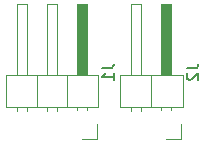
<source format=gbr>
%TF.GenerationSoftware,KiCad,Pcbnew,9.0.6*%
%TF.CreationDate,2025-12-14T00:44:06+01:00*%
%TF.ProjectId,KiCad-Diynamic-Project-Display-Module,4b694361-642d-4446-9979-6e616d69632d,rev?*%
%TF.SameCoordinates,Original*%
%TF.FileFunction,Legend,Bot*%
%TF.FilePolarity,Positive*%
%FSLAX46Y46*%
G04 Gerber Fmt 4.6, Leading zero omitted, Abs format (unit mm)*
G04 Created by KiCad (PCBNEW 9.0.6) date 2025-12-14 00:44:06*
%MOMM*%
%LPD*%
G01*
G04 APERTURE LIST*
%ADD10C,0.150000*%
%ADD11C,0.120000*%
G04 APERTURE END LIST*
D10*
X175604819Y-53166666D02*
X176319104Y-53166666D01*
X176319104Y-53166666D02*
X176461961Y-53119047D01*
X176461961Y-53119047D02*
X176557200Y-53023809D01*
X176557200Y-53023809D02*
X176604819Y-52880952D01*
X176604819Y-52880952D02*
X176604819Y-52785714D01*
X175700057Y-53595238D02*
X175652438Y-53642857D01*
X175652438Y-53642857D02*
X175604819Y-53738095D01*
X175604819Y-53738095D02*
X175604819Y-53976190D01*
X175604819Y-53976190D02*
X175652438Y-54071428D01*
X175652438Y-54071428D02*
X175700057Y-54119047D01*
X175700057Y-54119047D02*
X175795295Y-54166666D01*
X175795295Y-54166666D02*
X175890533Y-54166666D01*
X175890533Y-54166666D02*
X176033390Y-54119047D01*
X176033390Y-54119047D02*
X176604819Y-53547619D01*
X176604819Y-53547619D02*
X176604819Y-54166666D01*
X168464819Y-53166666D02*
X169179104Y-53166666D01*
X169179104Y-53166666D02*
X169321961Y-53119047D01*
X169321961Y-53119047D02*
X169417200Y-53023809D01*
X169417200Y-53023809D02*
X169464819Y-52880952D01*
X169464819Y-52880952D02*
X169464819Y-52785714D01*
X169464819Y-54166666D02*
X169464819Y-53595238D01*
X169464819Y-53880952D02*
X168464819Y-53880952D01*
X168464819Y-53880952D02*
X168607676Y-53785714D01*
X168607676Y-53785714D02*
X168702914Y-53690476D01*
X168702914Y-53690476D02*
X168750533Y-53595238D01*
D11*
%TO.C,J2*%
X169960000Y-53735000D02*
X175260000Y-53735000D01*
X169960000Y-56495000D02*
X169960000Y-53735000D01*
X170910000Y-47735000D02*
X170910000Y-53735000D01*
X170910000Y-56807642D02*
X170910000Y-56495000D01*
X171770000Y-47735000D02*
X170910000Y-47735000D01*
X171770000Y-53735000D02*
X171770000Y-47735000D01*
X171770000Y-56807642D02*
X171770000Y-56495000D01*
X172610000Y-56495000D02*
X172610000Y-53735000D01*
X173450000Y-56725000D02*
X173450000Y-56495000D01*
X173880000Y-59155000D02*
X175150000Y-59155000D01*
X174310000Y-56725000D02*
X174310000Y-56495000D01*
X175150000Y-59155000D02*
X175150000Y-57885000D01*
X175260000Y-53735000D02*
X175260000Y-56495000D01*
X175260000Y-56495000D02*
X169960000Y-56495000D01*
X174310000Y-53735000D02*
X173450000Y-53735000D01*
X173450000Y-47735000D01*
X174310000Y-47735000D01*
X174310000Y-53735000D01*
G36*
X174310000Y-53735000D02*
G01*
X173450000Y-53735000D01*
X173450000Y-47735000D01*
X174310000Y-47735000D01*
X174310000Y-53735000D01*
G37*
%TO.C,J1*%
X160280000Y-53735000D02*
X168120000Y-53735000D01*
X160280000Y-56495000D02*
X160280000Y-53735000D01*
X161230000Y-47735000D02*
X161230000Y-53735000D01*
X161230000Y-56807642D02*
X161230000Y-56495000D01*
X162090000Y-47735000D02*
X161230000Y-47735000D01*
X162090000Y-53735000D02*
X162090000Y-47735000D01*
X162090000Y-56807642D02*
X162090000Y-56495000D01*
X162930000Y-56495000D02*
X162930000Y-53735000D01*
X163770000Y-47735000D02*
X163770000Y-53735000D01*
X163770000Y-56807642D02*
X163770000Y-56495000D01*
X164630000Y-47735000D02*
X163770000Y-47735000D01*
X164630000Y-53735000D02*
X164630000Y-47735000D01*
X164630000Y-56807642D02*
X164630000Y-56495000D01*
X165470000Y-56495000D02*
X165470000Y-53735000D01*
X166310000Y-56725000D02*
X166310000Y-56495000D01*
X166740000Y-59155000D02*
X168010000Y-59155000D01*
X167170000Y-56725000D02*
X167170000Y-56495000D01*
X168010000Y-59155000D02*
X168010000Y-57885000D01*
X168120000Y-53735000D02*
X168120000Y-56495000D01*
X168120000Y-56495000D02*
X160280000Y-56495000D01*
X167170000Y-53735000D02*
X166310000Y-53735000D01*
X166310000Y-47735000D01*
X167170000Y-47735000D01*
X167170000Y-53735000D01*
G36*
X167170000Y-53735000D02*
G01*
X166310000Y-53735000D01*
X166310000Y-47735000D01*
X167170000Y-47735000D01*
X167170000Y-53735000D01*
G37*
%TD*%
M02*

</source>
